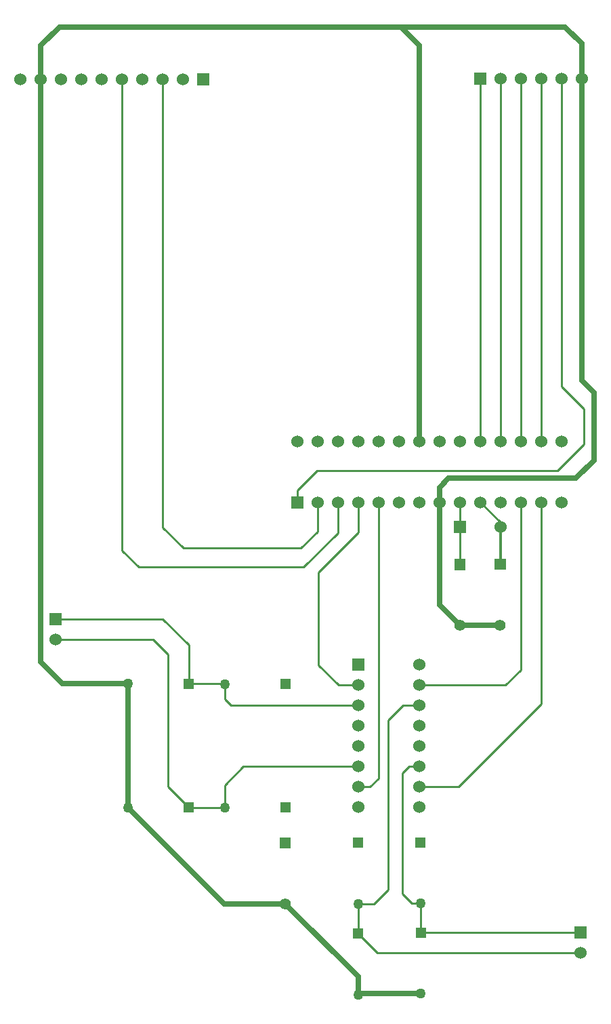
<source format=gbr>
G04 start of page 3 for group 1 idx 0 *
G04 Title: rolin, solder *
G04 Creator: pcb 20091103 *
G04 CreationDate: vie 09 abr 2010 17:35:00 GMT UTC *
G04 For: jegc *
G04 Format: Gerber/RS-274X *
G04 PCB-Dimensions: 314961 629921 *
G04 PCB-Coordinate-Origin: lower left *
%MOIN*%
%FSLAX25Y25*%
%LNBACK*%
%ADD11C,0.0250*%
%ADD12C,0.0600*%
%ADD13C,0.0200*%
%ADD14C,0.0500*%
%ADD15C,0.0550*%
%ADD16C,0.0380*%
%ADD17C,0.0280*%
%ADD18C,0.0300*%
%ADD19C,0.0100*%
G54D19*X85472Y595511D02*Y375157D01*
G54D11*X25473Y595512D02*X25276Y595315D01*
X25473Y612009D02*Y595512D01*
X25512Y595551D02*X25394Y595433D01*
G54D19*X85473Y595512D02*X85472Y595511D01*
X65473Y595512D02*X65472Y595511D01*
Y363701D01*
G54D11*X34567Y621103D02*X25473Y612009D01*
X25276Y595315D02*Y308976D01*
G54D19*X73504Y355669D02*X65473Y363700D01*
X85394Y330117D02*X32559D01*
X80630Y320117D02*X32559D01*
G54D11*X25276Y308975D02*X35983Y298268D01*
X68190D01*
G54D19*X181654Y387491D02*Y372677D01*
X151576Y393386D02*Y387569D01*
X181576D02*X181654Y387491D01*
X161576Y387569D02*X161615Y387530D01*
Y373188D01*
X161221Y403031D02*X151576Y393386D01*
X171891Y297597D02*X181655D01*
X162048Y353071D02*X162009Y307519D01*
X171891Y297597D01*
X181654Y372677D02*X162048Y353071D01*
X171575Y372480D02*X154764Y355669D01*
X161615Y373188D02*X153466Y365039D01*
X95591D01*
X154764Y355669D02*X73504D01*
X95591Y365039D02*X85473Y375157D01*
X115828Y298228D02*X115788Y298268D01*
X98190D01*
X98150Y298308D01*
Y317361D01*
X85394Y330117D01*
X88071Y312676D02*X80630Y320117D01*
X271536Y417609D02*Y595630D01*
G54D11*X291535Y595629D02*Y447441D01*
G54D19*X281654Y595512D02*Y444449D01*
X241536Y417609D02*Y595630D01*
X251576Y595590D02*Y417569D01*
X261576Y595590D02*Y417569D01*
G54D11*X211614Y417607D02*Y550669D01*
X211576Y417569D02*X211614Y417607D01*
X211576Y417569D02*X211615Y417608D01*
G54D19*X271576Y417569D02*X271536Y417609D01*
X292717Y416102D02*X279646Y403031D01*
X281654Y444449D02*X292716Y433306D01*
X292717Y416102D01*
G54D11*X297638Y408228D02*Y441338D01*
X291536Y447440D01*
X226024Y399291D02*X288701D01*
X297638Y408228D01*
X283464Y621103D02*X34567D01*
X211615Y612166D02*X202717Y621063D01*
X291575Y595669D02*Y612992D01*
X283464Y621103D01*
G54D19*X261536Y595630D02*X261576Y595590D01*
G54D11*X291575Y595669D02*X291535Y595629D01*
G54D19*X271536Y595630D02*X271576Y595590D01*
Y550680D01*
X281536Y595630D02*X281654Y595512D01*
G54D11*X211615Y550719D02*Y612166D01*
G54D19*X251536Y595630D02*X251576Y595590D01*
X261576D02*Y550680D01*
G54D11*X68190Y298268D02*X68229Y298229D01*
Y237441D01*
G54D19*X88071Y247599D02*Y312676D01*
G54D11*X115553Y190117D02*X145672D01*
X68229Y237441D02*X115553Y190117D01*
G54D19*X115865Y237519D02*X115787Y237441D01*
X98229D01*
X88071Y247599D01*
X181615Y287637D02*X118976D01*
X115828Y290785D01*
X124961Y257597D02*X115865Y248501D01*
Y237519D01*
X115828Y290785D02*Y298228D01*
X181655Y257597D02*X124961D01*
X231629Y375457D02*Y356966D01*
G54D11*X221576Y337019D02*Y387569D01*
G54D19*X231550Y375536D02*X231629Y375457D01*
X231576Y387569D02*X231550Y387543D01*
X279646Y403031D02*X161221D01*
G54D11*X221497Y387648D02*X221496Y387489D01*
X221576Y387569D02*X221575Y387570D01*
Y394842D01*
X226024Y399291D01*
G54D19*X171576Y387569D02*X171575Y387568D01*
Y372480D01*
X231550Y387543D02*Y375536D01*
X241576Y387569D02*X251550Y377595D01*
Y375536D02*X251439Y375425D01*
X251550Y357169D02*Y377595D01*
X251439Y375425D02*Y357058D01*
X251550Y357169D01*
X211734Y297676D02*X254056Y297598D01*
X211655Y297597D02*X211734Y297676D01*
X254056Y297598D02*X261655Y305118D01*
X261576Y387569D01*
X271576Y288307D02*Y387569D01*
G54D11*X251439Y327058D02*X251347Y326966D01*
G54D19*X211655Y247597D02*X211656Y247598D01*
X191693Y251734D02*X191576Y387569D01*
X187441Y247600D02*X191693Y251734D01*
X211655Y257597D02*X206496D01*
X203307Y254408D01*
X211656Y247598D02*X230867D01*
X271576Y288307D01*
G54D11*X231629Y326966D02*X231721Y327058D01*
X251347Y326966D02*X231629D01*
X221576Y337019D01*
X145672Y190117D02*X181492Y154297D01*
G54D19*Y175556D02*X181497Y175551D01*
X181493Y190123D02*X181492Y190122D01*
Y175556D01*
G54D11*Y154297D02*Y145556D01*
X181845Y145909D01*
X212322D01*
G54D19*X181492Y175556D02*X191025Y166023D01*
X290827D01*
X212436Y176023D02*X290827D01*
X212281Y190320D02*X212322Y190279D01*
Y175909D01*
X212436Y176023D01*
X211655Y287597D02*X211497Y287755D01*
X203661D01*
X196378Y280472D01*
X181656Y247598D02*X187441Y247600D01*
X181655Y247597D02*X181656Y247598D01*
X189337Y190123D02*X181493D01*
X196378Y280472D02*Y197164D01*
X189337Y190123D01*
X203307Y254408D02*Y195117D01*
X208104Y190320D01*
X212281D01*
X181655Y287597D02*X181615Y287637D01*
G54D12*X75473Y595512D03*
X65473D03*
X55473D03*
X45473D03*
G54D13*G36*
X102473Y598512D02*Y592512D01*
X108473D01*
Y598512D01*
X102473D01*
G37*
G54D12*X95473Y595512D03*
X85473D03*
X35473D03*
X25473D03*
X15473D03*
G54D13*G36*
X238536Y598630D02*Y592630D01*
X244536D01*
Y598630D01*
X238536D01*
G37*
G54D12*X251536Y595630D03*
X261536D03*
X271536D03*
X281536D03*
X291536D03*
G54D13*G36*
X95690Y300768D02*Y295768D01*
X100690D01*
Y300768D01*
X95690D01*
G37*
G54D14*X68190Y298268D03*
G54D13*G36*
X143328Y300728D02*Y295728D01*
X148328D01*
Y300728D01*
X143328D01*
G37*
G54D14*X115828Y298228D03*
G54D13*G36*
X29559Y333117D02*Y327117D01*
X35559D01*
Y333117D01*
X29559D01*
G37*
G54D12*X32559Y320117D03*
G54D13*G36*
X178655Y310597D02*Y304597D01*
X184655D01*
Y310597D01*
X178655D01*
G37*
G54D12*X211655Y307597D03*
X181655Y297597D03*
X211655Y287597D03*
Y297597D03*
X181655Y287597D03*
Y277597D03*
Y267597D03*
Y257597D03*
Y247597D03*
G54D13*G36*
X248689Y359808D02*Y354308D01*
X254189D01*
Y359808D01*
X248689D01*
G37*
G54D12*X251576Y387569D03*
X261576D03*
X271576D03*
X281576D03*
X251550Y375536D03*
G54D15*X251439Y327058D03*
G54D13*G36*
X228879Y359716D02*Y354216D01*
X234379D01*
Y359716D01*
X228879D01*
G37*
G54D15*X231629Y326966D03*
G54D13*G36*
X228550Y378536D02*Y372536D01*
X234550D01*
Y378536D01*
X228550D01*
G37*
G36*
X148576Y390569D02*Y384569D01*
X154576D01*
Y390569D01*
X148576D01*
G37*
G54D12*X161576Y387569D03*
X171576D03*
X181576D03*
X191576D03*
X201576D03*
X211576D03*
Y417569D03*
X221576Y387569D03*
X231576D03*
X241576D03*
X201576Y417569D03*
X191576D03*
X181576D03*
X171576D03*
X161576D03*
X151576D03*
X231576D03*
X221576D03*
X241576D03*
X251576D03*
X261576D03*
X271576D03*
X281576D03*
G54D13*G36*
X178992Y178056D02*Y173056D01*
X183992D01*
Y178056D01*
X178992D01*
G37*
G54D14*X181492Y145556D03*
G54D13*G36*
X142922Y222867D02*Y217367D01*
X148422D01*
Y222867D01*
X142922D01*
G37*
G54D15*X145672Y190117D03*
G54D13*G36*
X178993Y222623D02*Y217623D01*
X183993D01*
Y222623D01*
X178993D01*
G37*
G54D14*X181493Y190123D03*
G54D12*X290827Y166023D03*
G54D13*G36*
X209822Y178409D02*Y173409D01*
X214822D01*
Y178409D01*
X209822D01*
G37*
G54D14*X212322Y145909D03*
G54D13*G36*
X95729Y239941D02*Y234941D01*
X100729D01*
Y239941D01*
X95729D01*
G37*
G54D14*X68229Y237441D03*
G54D13*G36*
X143365Y240019D02*Y235019D01*
X148365D01*
Y240019D01*
X143365D01*
G37*
G54D14*X115865Y237519D03*
G54D13*G36*
X209781Y222820D02*Y217820D01*
X214781D01*
Y222820D01*
X209781D01*
G37*
G54D12*X181655Y237597D03*
X211655D03*
G54D14*X212281Y190320D03*
G54D13*G36*
X287827Y179023D02*Y173023D01*
X293827D01*
Y179023D01*
X287827D01*
G37*
G54D12*X211655Y247597D03*
Y257597D03*
Y267597D03*
Y277597D03*
G54D16*G54D13*G54D16*G54D17*G54D18*G54D17*G54D18*G54D17*G54D13*G54D18*G54D13*G54D16*G54D13*G54D17*G54D13*G54D16*G54D17*M02*

</source>
